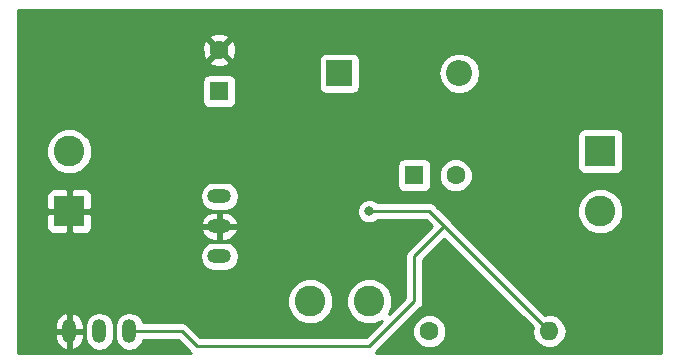
<source format=gbr>
G04 #@! TF.GenerationSoftware,KiCad,Pcbnew,(5.0.2-5-10.14)*
G04 #@! TF.CreationDate,2019-03-09T13:51:56-08:00*
G04 #@! TF.ProjectId,sunclock,73756e63-6c6f-4636-9b2e-6b696361645f,rev?*
G04 #@! TF.SameCoordinates,Original*
G04 #@! TF.FileFunction,Copper,L2,Bot*
G04 #@! TF.FilePolarity,Positive*
%FSLAX46Y46*%
G04 Gerber Fmt 4.6, Leading zero omitted, Abs format (unit mm)*
G04 Created by KiCad (PCBNEW (5.0.2-5-10.14)) date Saturday, March 09, 2019 at 01:51:56 PM*
%MOMM*%
%LPD*%
G01*
G04 APERTURE LIST*
G04 #@! TA.AperFunction,ComponentPad*
%ADD10C,1.600000*%
G04 #@! TD*
G04 #@! TA.AperFunction,ComponentPad*
%ADD11O,1.600000X1.600000*%
G04 #@! TD*
G04 #@! TA.AperFunction,ComponentPad*
%ADD12C,2.600000*%
G04 #@! TD*
G04 #@! TA.AperFunction,ComponentPad*
%ADD13O,2.000000X1.200000*%
G04 #@! TD*
G04 #@! TA.AperFunction,ComponentPad*
%ADD14O,1.200000X2.000000*%
G04 #@! TD*
G04 #@! TA.AperFunction,ComponentPad*
%ADD15R,1.600000X1.600000*%
G04 #@! TD*
G04 #@! TA.AperFunction,ComponentPad*
%ADD16R,2.200000X2.200000*%
G04 #@! TD*
G04 #@! TA.AperFunction,ComponentPad*
%ADD17O,2.200000X2.200000*%
G04 #@! TD*
G04 #@! TA.AperFunction,ComponentPad*
%ADD18R,2.600000X2.600000*%
G04 #@! TD*
G04 #@! TA.AperFunction,ViaPad*
%ADD19C,0.800000*%
G04 #@! TD*
G04 #@! TA.AperFunction,Conductor*
%ADD20C,0.250000*%
G04 #@! TD*
G04 #@! TA.AperFunction,Conductor*
%ADD21C,0.254000*%
G04 #@! TD*
G04 APERTURE END LIST*
D10*
G04 #@! TO.P,R2,1*
G04 #@! TO.N,+5V*
X139700000Y-104140000D03*
D11*
G04 #@! TO.P,R2,2*
G04 #@! TO.N,Net-(J3-Pad3)*
X149860000Y-104140000D03*
G04 #@! TD*
D12*
G04 #@! TO.P,L1,1*
G04 #@! TO.N,Net-(J2-Pad2)*
X134620000Y-101600000D03*
G04 #@! TO.P,L1,2*
G04 #@! TO.N,Net-(C2-Pad2)*
X129620000Y-101600000D03*
G04 #@! TD*
D13*
G04 #@! TO.P,U2,1*
G04 #@! TO.N,+36V*
X121920000Y-92710000D03*
G04 #@! TO.P,U2,2*
G04 #@! TO.N,GND*
X121920000Y-95250000D03*
G04 #@! TO.P,U2,3*
G04 #@! TO.N,+5V*
X121920000Y-97790000D03*
G04 #@! TD*
D14*
G04 #@! TO.P,J3,3*
G04 #@! TO.N,Net-(J3-Pad3)*
X114300000Y-104140000D03*
G04 #@! TO.P,J3,2*
G04 #@! TO.N,+5V*
X111760000Y-104140000D03*
G04 #@! TO.P,J3,1*
G04 #@! TO.N,GND*
X109220000Y-104140000D03*
G04 #@! TD*
D10*
G04 #@! TO.P,C2,2*
G04 #@! TO.N,Net-(C2-Pad2)*
X141930000Y-90932000D03*
D15*
G04 #@! TO.P,C2,1*
G04 #@! TO.N,Net-(C2-Pad1)*
X138430000Y-90932000D03*
G04 #@! TD*
D16*
G04 #@! TO.P,D1,1*
G04 #@! TO.N,+36V*
X132080000Y-82296000D03*
D17*
G04 #@! TO.P,D1,2*
G04 #@! TO.N,Net-(C2-Pad2)*
X142240000Y-82296000D03*
G04 #@! TD*
D18*
G04 #@! TO.P,J1,1*
G04 #@! TO.N,GND*
X109220000Y-93980000D03*
D12*
G04 #@! TO.P,J1,2*
G04 #@! TO.N,+36V*
X109220000Y-88900000D03*
G04 #@! TD*
G04 #@! TO.P,J2,2*
G04 #@! TO.N,Net-(J2-Pad2)*
X154178000Y-93980000D03*
D18*
G04 #@! TO.P,J2,1*
G04 #@! TO.N,Net-(C2-Pad1)*
X154178000Y-88900000D03*
G04 #@! TD*
D15*
G04 #@! TO.P,C1,1*
G04 #@! TO.N,+36V*
X121920000Y-83820000D03*
D10*
G04 #@! TO.P,C1,2*
G04 #@! TO.N,GND*
X121920000Y-80320000D03*
G04 #@! TD*
D19*
G04 #@! TO.N,Net-(J3-Pad3)*
X134620000Y-93980000D03*
G04 #@! TO.N,GND*
X114300000Y-93980000D03*
X113030000Y-93980000D03*
X113030000Y-95250000D03*
X114300000Y-95250000D03*
X132080000Y-96520000D03*
X133350000Y-96520000D03*
X133350000Y-97790000D03*
X132080000Y-97790000D03*
G04 #@! TD*
D20*
G04 #@! TO.N,Net-(J3-Pad3)*
X139700000Y-93980000D02*
X149860000Y-104140000D01*
X134620000Y-93980000D02*
X139700000Y-93980000D01*
X118745000Y-104140000D02*
X114300000Y-104140000D01*
X120015000Y-105410000D02*
X118745000Y-104140000D01*
X138430000Y-101600000D02*
X134620000Y-105410000D01*
X134620000Y-105410000D02*
X120015000Y-105410000D01*
X138430000Y-101600000D02*
X138430000Y-97790000D01*
X138430000Y-97790000D02*
X139700000Y-96520000D01*
X139700000Y-96520000D02*
X140970000Y-95250000D01*
G04 #@! TD*
D21*
G04 #@! TO.N,GND*
G36*
X159310001Y-105970000D02*
X135149863Y-105970000D01*
X135167929Y-105957929D01*
X135210331Y-105894470D01*
X137250240Y-103854561D01*
X138265000Y-103854561D01*
X138265000Y-104425439D01*
X138483466Y-104952862D01*
X138887138Y-105356534D01*
X139414561Y-105575000D01*
X139985439Y-105575000D01*
X140512862Y-105356534D01*
X140916534Y-104952862D01*
X141135000Y-104425439D01*
X141135000Y-103854561D01*
X140916534Y-103327138D01*
X140512862Y-102923466D01*
X139985439Y-102705000D01*
X139414561Y-102705000D01*
X138887138Y-102923466D01*
X138483466Y-103327138D01*
X138265000Y-103854561D01*
X137250240Y-103854561D01*
X138914473Y-102190329D01*
X138977929Y-102147929D01*
X139086865Y-101984895D01*
X139145904Y-101896538D01*
X139155480Y-101848395D01*
X139190000Y-101674852D01*
X139190000Y-101674848D01*
X139204888Y-101600000D01*
X139190000Y-101525152D01*
X139190000Y-98104801D01*
X140290329Y-97004473D01*
X140290331Y-97004470D01*
X140970000Y-96324801D01*
X148461312Y-103816114D01*
X148396887Y-104140000D01*
X148508260Y-104699909D01*
X148825423Y-105174577D01*
X149300091Y-105491740D01*
X149718667Y-105575000D01*
X150001333Y-105575000D01*
X150419909Y-105491740D01*
X150894577Y-105174577D01*
X151211740Y-104699909D01*
X151323113Y-104140000D01*
X151211740Y-103580091D01*
X150894577Y-103105423D01*
X150419909Y-102788260D01*
X150001333Y-102705000D01*
X149718667Y-102705000D01*
X149536114Y-102741312D01*
X141560330Y-94765529D01*
X141517929Y-94702071D01*
X141454471Y-94659670D01*
X140389906Y-93595105D01*
X152243000Y-93595105D01*
X152243000Y-94364895D01*
X152537586Y-95076090D01*
X153081910Y-95620414D01*
X153793105Y-95915000D01*
X154562895Y-95915000D01*
X155274090Y-95620414D01*
X155818414Y-95076090D01*
X156113000Y-94364895D01*
X156113000Y-93595105D01*
X155818414Y-92883910D01*
X155274090Y-92339586D01*
X154562895Y-92045000D01*
X153793105Y-92045000D01*
X153081910Y-92339586D01*
X152537586Y-92883910D01*
X152243000Y-93595105D01*
X140389906Y-93595105D01*
X140290331Y-93495530D01*
X140247929Y-93432071D01*
X139996537Y-93264096D01*
X139774852Y-93220000D01*
X139774847Y-93220000D01*
X139700000Y-93205112D01*
X139625153Y-93220000D01*
X135323711Y-93220000D01*
X135206280Y-93102569D01*
X134825874Y-92945000D01*
X134414126Y-92945000D01*
X134033720Y-93102569D01*
X133742569Y-93393720D01*
X133585000Y-93774126D01*
X133585000Y-94185874D01*
X133742569Y-94566280D01*
X134033720Y-94857431D01*
X134414126Y-95015000D01*
X134825874Y-95015000D01*
X135206280Y-94857431D01*
X135323711Y-94740000D01*
X139385199Y-94740000D01*
X139895199Y-95250000D01*
X139215530Y-95929669D01*
X139215527Y-95929671D01*
X137945528Y-97199671D01*
X137882072Y-97242071D01*
X137839672Y-97305527D01*
X137839671Y-97305528D01*
X137714097Y-97493463D01*
X137655112Y-97790000D01*
X137670001Y-97864852D01*
X137670000Y-101285198D01*
X136261337Y-102693861D01*
X136555000Y-101984895D01*
X136555000Y-101215105D01*
X136260414Y-100503910D01*
X135716090Y-99959586D01*
X135004895Y-99665000D01*
X134235105Y-99665000D01*
X133523910Y-99959586D01*
X132979586Y-100503910D01*
X132685000Y-101215105D01*
X132685000Y-101984895D01*
X132979586Y-102696090D01*
X133523910Y-103240414D01*
X134235105Y-103535000D01*
X135004895Y-103535000D01*
X135713861Y-103241337D01*
X134305199Y-104650000D01*
X120329802Y-104650000D01*
X119335331Y-103655530D01*
X119292929Y-103592071D01*
X119041537Y-103424096D01*
X118819852Y-103380000D01*
X118819847Y-103380000D01*
X118745000Y-103365112D01*
X118670153Y-103380000D01*
X115487586Y-103380000D01*
X115463344Y-103258127D01*
X115190385Y-102849615D01*
X114781872Y-102576656D01*
X114300000Y-102480805D01*
X113818127Y-102576656D01*
X113409615Y-102849615D01*
X113136656Y-103258128D01*
X113065000Y-103618365D01*
X113065000Y-104661636D01*
X113136656Y-105021873D01*
X113409616Y-105430385D01*
X113818128Y-105703344D01*
X114300000Y-105799195D01*
X114781873Y-105703344D01*
X115190385Y-105430385D01*
X115463344Y-105021873D01*
X115487586Y-104900000D01*
X118430199Y-104900000D01*
X119424671Y-105894473D01*
X119467071Y-105957929D01*
X119485137Y-105970000D01*
X104850000Y-105970000D01*
X104850000Y-104267000D01*
X107985000Y-104267000D01*
X107985000Y-104667000D01*
X108127610Y-105129947D01*
X108436526Y-105503080D01*
X108864719Y-105729592D01*
X108902391Y-105733462D01*
X109093000Y-105608731D01*
X109093000Y-104267000D01*
X109347000Y-104267000D01*
X109347000Y-105608731D01*
X109537609Y-105733462D01*
X109575281Y-105729592D01*
X110003474Y-105503080D01*
X110312390Y-105129947D01*
X110455000Y-104667000D01*
X110455000Y-104267000D01*
X109347000Y-104267000D01*
X109093000Y-104267000D01*
X107985000Y-104267000D01*
X104850000Y-104267000D01*
X104850000Y-103613000D01*
X107985000Y-103613000D01*
X107985000Y-104013000D01*
X109093000Y-104013000D01*
X109093000Y-102671269D01*
X109347000Y-102671269D01*
X109347000Y-104013000D01*
X110455000Y-104013000D01*
X110455000Y-103618365D01*
X110525000Y-103618365D01*
X110525000Y-104661636D01*
X110596656Y-105021873D01*
X110869616Y-105430385D01*
X111278128Y-105703344D01*
X111760000Y-105799195D01*
X112241873Y-105703344D01*
X112650385Y-105430385D01*
X112923344Y-105021873D01*
X112995000Y-104661635D01*
X112995000Y-103618364D01*
X112923344Y-103258127D01*
X112650385Y-102849615D01*
X112241872Y-102576656D01*
X111760000Y-102480805D01*
X111278127Y-102576656D01*
X110869615Y-102849615D01*
X110596656Y-103258128D01*
X110525000Y-103618365D01*
X110455000Y-103618365D01*
X110455000Y-103613000D01*
X110312390Y-103150053D01*
X110003474Y-102776920D01*
X109575281Y-102550408D01*
X109537609Y-102546538D01*
X109347000Y-102671269D01*
X109093000Y-102671269D01*
X108902391Y-102546538D01*
X108864719Y-102550408D01*
X108436526Y-102776920D01*
X108127610Y-103150053D01*
X107985000Y-103613000D01*
X104850000Y-103613000D01*
X104850000Y-101215105D01*
X127685000Y-101215105D01*
X127685000Y-101984895D01*
X127979586Y-102696090D01*
X128523910Y-103240414D01*
X129235105Y-103535000D01*
X130004895Y-103535000D01*
X130716090Y-103240414D01*
X131260414Y-102696090D01*
X131555000Y-101984895D01*
X131555000Y-101215105D01*
X131260414Y-100503910D01*
X130716090Y-99959586D01*
X130004895Y-99665000D01*
X129235105Y-99665000D01*
X128523910Y-99959586D01*
X127979586Y-100503910D01*
X127685000Y-101215105D01*
X104850000Y-101215105D01*
X104850000Y-97790000D01*
X120260805Y-97790000D01*
X120356656Y-98271873D01*
X120629615Y-98680385D01*
X121038127Y-98953344D01*
X121398364Y-99025000D01*
X122441636Y-99025000D01*
X122801873Y-98953344D01*
X123210385Y-98680385D01*
X123483344Y-98271873D01*
X123579195Y-97790000D01*
X123483344Y-97308127D01*
X123210385Y-96899615D01*
X122801873Y-96626656D01*
X122441636Y-96555000D01*
X121398364Y-96555000D01*
X121038127Y-96626656D01*
X120629615Y-96899615D01*
X120356656Y-97308127D01*
X120260805Y-97790000D01*
X104850000Y-97790000D01*
X104850000Y-94265750D01*
X107285000Y-94265750D01*
X107285000Y-95406309D01*
X107381673Y-95639698D01*
X107560301Y-95818327D01*
X107793690Y-95915000D01*
X108934250Y-95915000D01*
X109093000Y-95756250D01*
X109093000Y-94107000D01*
X109347000Y-94107000D01*
X109347000Y-95756250D01*
X109505750Y-95915000D01*
X110646310Y-95915000D01*
X110879699Y-95818327D01*
X111058327Y-95639698D01*
X111088187Y-95567609D01*
X120326538Y-95567609D01*
X120330408Y-95605281D01*
X120556920Y-96033474D01*
X120930053Y-96342390D01*
X121393000Y-96485000D01*
X121793000Y-96485000D01*
X121793000Y-95377000D01*
X122047000Y-95377000D01*
X122047000Y-96485000D01*
X122447000Y-96485000D01*
X122909947Y-96342390D01*
X123283080Y-96033474D01*
X123509592Y-95605281D01*
X123513462Y-95567609D01*
X123388731Y-95377000D01*
X122047000Y-95377000D01*
X121793000Y-95377000D01*
X120451269Y-95377000D01*
X120326538Y-95567609D01*
X111088187Y-95567609D01*
X111155000Y-95406309D01*
X111155000Y-94932391D01*
X120326538Y-94932391D01*
X120451269Y-95123000D01*
X121793000Y-95123000D01*
X121793000Y-94015000D01*
X122047000Y-94015000D01*
X122047000Y-95123000D01*
X123388731Y-95123000D01*
X123513462Y-94932391D01*
X123509592Y-94894719D01*
X123283080Y-94466526D01*
X122909947Y-94157610D01*
X122447000Y-94015000D01*
X122047000Y-94015000D01*
X121793000Y-94015000D01*
X121393000Y-94015000D01*
X120930053Y-94157610D01*
X120556920Y-94466526D01*
X120330408Y-94894719D01*
X120326538Y-94932391D01*
X111155000Y-94932391D01*
X111155000Y-94265750D01*
X110996250Y-94107000D01*
X109347000Y-94107000D01*
X109093000Y-94107000D01*
X107443750Y-94107000D01*
X107285000Y-94265750D01*
X104850000Y-94265750D01*
X104850000Y-92553691D01*
X107285000Y-92553691D01*
X107285000Y-93694250D01*
X107443750Y-93853000D01*
X109093000Y-93853000D01*
X109093000Y-92203750D01*
X109347000Y-92203750D01*
X109347000Y-93853000D01*
X110996250Y-93853000D01*
X111155000Y-93694250D01*
X111155000Y-92710000D01*
X120260805Y-92710000D01*
X120356656Y-93191873D01*
X120629615Y-93600385D01*
X121038127Y-93873344D01*
X121398364Y-93945000D01*
X122441636Y-93945000D01*
X122801873Y-93873344D01*
X123210385Y-93600385D01*
X123483344Y-93191873D01*
X123579195Y-92710000D01*
X123483344Y-92228127D01*
X123210385Y-91819615D01*
X122801873Y-91546656D01*
X122441636Y-91475000D01*
X121398364Y-91475000D01*
X121038127Y-91546656D01*
X120629615Y-91819615D01*
X120356656Y-92228127D01*
X120260805Y-92710000D01*
X111155000Y-92710000D01*
X111155000Y-92553691D01*
X111058327Y-92320302D01*
X110879699Y-92141673D01*
X110646310Y-92045000D01*
X109505750Y-92045000D01*
X109347000Y-92203750D01*
X109093000Y-92203750D01*
X108934250Y-92045000D01*
X107793690Y-92045000D01*
X107560301Y-92141673D01*
X107381673Y-92320302D01*
X107285000Y-92553691D01*
X104850000Y-92553691D01*
X104850000Y-88515105D01*
X107285000Y-88515105D01*
X107285000Y-89284895D01*
X107579586Y-89996090D01*
X108123910Y-90540414D01*
X108835105Y-90835000D01*
X109604895Y-90835000D01*
X110316090Y-90540414D01*
X110724504Y-90132000D01*
X136982560Y-90132000D01*
X136982560Y-91732000D01*
X137031843Y-91979765D01*
X137172191Y-92189809D01*
X137382235Y-92330157D01*
X137630000Y-92379440D01*
X139230000Y-92379440D01*
X139477765Y-92330157D01*
X139687809Y-92189809D01*
X139828157Y-91979765D01*
X139877440Y-91732000D01*
X139877440Y-90646561D01*
X140495000Y-90646561D01*
X140495000Y-91217439D01*
X140713466Y-91744862D01*
X141117138Y-92148534D01*
X141644561Y-92367000D01*
X142215439Y-92367000D01*
X142742862Y-92148534D01*
X143146534Y-91744862D01*
X143365000Y-91217439D01*
X143365000Y-90646561D01*
X143146534Y-90119138D01*
X142742862Y-89715466D01*
X142215439Y-89497000D01*
X141644561Y-89497000D01*
X141117138Y-89715466D01*
X140713466Y-90119138D01*
X140495000Y-90646561D01*
X139877440Y-90646561D01*
X139877440Y-90132000D01*
X139828157Y-89884235D01*
X139687809Y-89674191D01*
X139477765Y-89533843D01*
X139230000Y-89484560D01*
X137630000Y-89484560D01*
X137382235Y-89533843D01*
X137172191Y-89674191D01*
X137031843Y-89884235D01*
X136982560Y-90132000D01*
X110724504Y-90132000D01*
X110860414Y-89996090D01*
X111155000Y-89284895D01*
X111155000Y-88515105D01*
X110860414Y-87803910D01*
X110656504Y-87600000D01*
X152230560Y-87600000D01*
X152230560Y-90200000D01*
X152279843Y-90447765D01*
X152420191Y-90657809D01*
X152630235Y-90798157D01*
X152878000Y-90847440D01*
X155478000Y-90847440D01*
X155725765Y-90798157D01*
X155935809Y-90657809D01*
X156076157Y-90447765D01*
X156125440Y-90200000D01*
X156125440Y-87600000D01*
X156076157Y-87352235D01*
X155935809Y-87142191D01*
X155725765Y-87001843D01*
X155478000Y-86952560D01*
X152878000Y-86952560D01*
X152630235Y-87001843D01*
X152420191Y-87142191D01*
X152279843Y-87352235D01*
X152230560Y-87600000D01*
X110656504Y-87600000D01*
X110316090Y-87259586D01*
X109604895Y-86965000D01*
X108835105Y-86965000D01*
X108123910Y-87259586D01*
X107579586Y-87803910D01*
X107285000Y-88515105D01*
X104850000Y-88515105D01*
X104850000Y-83020000D01*
X120472560Y-83020000D01*
X120472560Y-84620000D01*
X120521843Y-84867765D01*
X120662191Y-85077809D01*
X120872235Y-85218157D01*
X121120000Y-85267440D01*
X122720000Y-85267440D01*
X122967765Y-85218157D01*
X123177809Y-85077809D01*
X123318157Y-84867765D01*
X123367440Y-84620000D01*
X123367440Y-83020000D01*
X123318157Y-82772235D01*
X123177809Y-82562191D01*
X122967765Y-82421843D01*
X122720000Y-82372560D01*
X121120000Y-82372560D01*
X120872235Y-82421843D01*
X120662191Y-82562191D01*
X120521843Y-82772235D01*
X120472560Y-83020000D01*
X104850000Y-83020000D01*
X104850000Y-81327745D01*
X121091861Y-81327745D01*
X121165995Y-81573864D01*
X121703223Y-81766965D01*
X122273454Y-81739778D01*
X122674005Y-81573864D01*
X122748139Y-81327745D01*
X122616395Y-81196000D01*
X130332560Y-81196000D01*
X130332560Y-83396000D01*
X130381843Y-83643765D01*
X130522191Y-83853809D01*
X130732235Y-83994157D01*
X130980000Y-84043440D01*
X133180000Y-84043440D01*
X133427765Y-83994157D01*
X133637809Y-83853809D01*
X133778157Y-83643765D01*
X133827440Y-83396000D01*
X133827440Y-82296000D01*
X140471010Y-82296000D01*
X140605666Y-82972963D01*
X140989135Y-83546865D01*
X141563037Y-83930334D01*
X142069120Y-84031000D01*
X142410880Y-84031000D01*
X142916963Y-83930334D01*
X143490865Y-83546865D01*
X143874334Y-82972963D01*
X144008990Y-82296000D01*
X143874334Y-81619037D01*
X143490865Y-81045135D01*
X142916963Y-80661666D01*
X142410880Y-80561000D01*
X142069120Y-80561000D01*
X141563037Y-80661666D01*
X140989135Y-81045135D01*
X140605666Y-81619037D01*
X140471010Y-82296000D01*
X133827440Y-82296000D01*
X133827440Y-81196000D01*
X133778157Y-80948235D01*
X133637809Y-80738191D01*
X133427765Y-80597843D01*
X133180000Y-80548560D01*
X130980000Y-80548560D01*
X130732235Y-80597843D01*
X130522191Y-80738191D01*
X130381843Y-80948235D01*
X130332560Y-81196000D01*
X122616395Y-81196000D01*
X121920000Y-80499605D01*
X121091861Y-81327745D01*
X104850000Y-81327745D01*
X104850000Y-80103223D01*
X120473035Y-80103223D01*
X120500222Y-80673454D01*
X120666136Y-81074005D01*
X120912255Y-81148139D01*
X121740395Y-80320000D01*
X122099605Y-80320000D01*
X122927745Y-81148139D01*
X123173864Y-81074005D01*
X123366965Y-80536777D01*
X123339778Y-79966546D01*
X123173864Y-79565995D01*
X122927745Y-79491861D01*
X122099605Y-80320000D01*
X121740395Y-80320000D01*
X120912255Y-79491861D01*
X120666136Y-79565995D01*
X120473035Y-80103223D01*
X104850000Y-80103223D01*
X104850000Y-79312255D01*
X121091861Y-79312255D01*
X121920000Y-80140395D01*
X122748139Y-79312255D01*
X122674005Y-79066136D01*
X122136777Y-78873035D01*
X121566546Y-78900222D01*
X121165995Y-79066136D01*
X121091861Y-79312255D01*
X104850000Y-79312255D01*
X104850000Y-76910000D01*
X159310000Y-76910000D01*
X159310001Y-105970000D01*
X159310001Y-105970000D01*
G37*
X159310001Y-105970000D02*
X135149863Y-105970000D01*
X135167929Y-105957929D01*
X135210331Y-105894470D01*
X137250240Y-103854561D01*
X138265000Y-103854561D01*
X138265000Y-104425439D01*
X138483466Y-104952862D01*
X138887138Y-105356534D01*
X139414561Y-105575000D01*
X139985439Y-105575000D01*
X140512862Y-105356534D01*
X140916534Y-104952862D01*
X141135000Y-104425439D01*
X141135000Y-103854561D01*
X140916534Y-103327138D01*
X140512862Y-102923466D01*
X139985439Y-102705000D01*
X139414561Y-102705000D01*
X138887138Y-102923466D01*
X138483466Y-103327138D01*
X138265000Y-103854561D01*
X137250240Y-103854561D01*
X138914473Y-102190329D01*
X138977929Y-102147929D01*
X139086865Y-101984895D01*
X139145904Y-101896538D01*
X139155480Y-101848395D01*
X139190000Y-101674852D01*
X139190000Y-101674848D01*
X139204888Y-101600000D01*
X139190000Y-101525152D01*
X139190000Y-98104801D01*
X140290329Y-97004473D01*
X140290331Y-97004470D01*
X140970000Y-96324801D01*
X148461312Y-103816114D01*
X148396887Y-104140000D01*
X148508260Y-104699909D01*
X148825423Y-105174577D01*
X149300091Y-105491740D01*
X149718667Y-105575000D01*
X150001333Y-105575000D01*
X150419909Y-105491740D01*
X150894577Y-105174577D01*
X151211740Y-104699909D01*
X151323113Y-104140000D01*
X151211740Y-103580091D01*
X150894577Y-103105423D01*
X150419909Y-102788260D01*
X150001333Y-102705000D01*
X149718667Y-102705000D01*
X149536114Y-102741312D01*
X141560330Y-94765529D01*
X141517929Y-94702071D01*
X141454471Y-94659670D01*
X140389906Y-93595105D01*
X152243000Y-93595105D01*
X152243000Y-94364895D01*
X152537586Y-95076090D01*
X153081910Y-95620414D01*
X153793105Y-95915000D01*
X154562895Y-95915000D01*
X155274090Y-95620414D01*
X155818414Y-95076090D01*
X156113000Y-94364895D01*
X156113000Y-93595105D01*
X155818414Y-92883910D01*
X155274090Y-92339586D01*
X154562895Y-92045000D01*
X153793105Y-92045000D01*
X153081910Y-92339586D01*
X152537586Y-92883910D01*
X152243000Y-93595105D01*
X140389906Y-93595105D01*
X140290331Y-93495530D01*
X140247929Y-93432071D01*
X139996537Y-93264096D01*
X139774852Y-93220000D01*
X139774847Y-93220000D01*
X139700000Y-93205112D01*
X139625153Y-93220000D01*
X135323711Y-93220000D01*
X135206280Y-93102569D01*
X134825874Y-92945000D01*
X134414126Y-92945000D01*
X134033720Y-93102569D01*
X133742569Y-93393720D01*
X133585000Y-93774126D01*
X133585000Y-94185874D01*
X133742569Y-94566280D01*
X134033720Y-94857431D01*
X134414126Y-95015000D01*
X134825874Y-95015000D01*
X135206280Y-94857431D01*
X135323711Y-94740000D01*
X139385199Y-94740000D01*
X139895199Y-95250000D01*
X139215530Y-95929669D01*
X139215527Y-95929671D01*
X137945528Y-97199671D01*
X137882072Y-97242071D01*
X137839672Y-97305527D01*
X137839671Y-97305528D01*
X137714097Y-97493463D01*
X137655112Y-97790000D01*
X137670001Y-97864852D01*
X137670000Y-101285198D01*
X136261337Y-102693861D01*
X136555000Y-101984895D01*
X136555000Y-101215105D01*
X136260414Y-100503910D01*
X135716090Y-99959586D01*
X135004895Y-99665000D01*
X134235105Y-99665000D01*
X133523910Y-99959586D01*
X132979586Y-100503910D01*
X132685000Y-101215105D01*
X132685000Y-101984895D01*
X132979586Y-102696090D01*
X133523910Y-103240414D01*
X134235105Y-103535000D01*
X135004895Y-103535000D01*
X135713861Y-103241337D01*
X134305199Y-104650000D01*
X120329802Y-104650000D01*
X119335331Y-103655530D01*
X119292929Y-103592071D01*
X119041537Y-103424096D01*
X118819852Y-103380000D01*
X118819847Y-103380000D01*
X118745000Y-103365112D01*
X118670153Y-103380000D01*
X115487586Y-103380000D01*
X115463344Y-103258127D01*
X115190385Y-102849615D01*
X114781872Y-102576656D01*
X114300000Y-102480805D01*
X113818127Y-102576656D01*
X113409615Y-102849615D01*
X113136656Y-103258128D01*
X113065000Y-103618365D01*
X113065000Y-104661636D01*
X113136656Y-105021873D01*
X113409616Y-105430385D01*
X113818128Y-105703344D01*
X114300000Y-105799195D01*
X114781873Y-105703344D01*
X115190385Y-105430385D01*
X115463344Y-105021873D01*
X115487586Y-104900000D01*
X118430199Y-104900000D01*
X119424671Y-105894473D01*
X119467071Y-105957929D01*
X119485137Y-105970000D01*
X104850000Y-105970000D01*
X104850000Y-104267000D01*
X107985000Y-104267000D01*
X107985000Y-104667000D01*
X108127610Y-105129947D01*
X108436526Y-105503080D01*
X108864719Y-105729592D01*
X108902391Y-105733462D01*
X109093000Y-105608731D01*
X109093000Y-104267000D01*
X109347000Y-104267000D01*
X109347000Y-105608731D01*
X109537609Y-105733462D01*
X109575281Y-105729592D01*
X110003474Y-105503080D01*
X110312390Y-105129947D01*
X110455000Y-104667000D01*
X110455000Y-104267000D01*
X109347000Y-104267000D01*
X109093000Y-104267000D01*
X107985000Y-104267000D01*
X104850000Y-104267000D01*
X104850000Y-103613000D01*
X107985000Y-103613000D01*
X107985000Y-104013000D01*
X109093000Y-104013000D01*
X109093000Y-102671269D01*
X109347000Y-102671269D01*
X109347000Y-104013000D01*
X110455000Y-104013000D01*
X110455000Y-103618365D01*
X110525000Y-103618365D01*
X110525000Y-104661636D01*
X110596656Y-105021873D01*
X110869616Y-105430385D01*
X111278128Y-105703344D01*
X111760000Y-105799195D01*
X112241873Y-105703344D01*
X112650385Y-105430385D01*
X112923344Y-105021873D01*
X112995000Y-104661635D01*
X112995000Y-103618364D01*
X112923344Y-103258127D01*
X112650385Y-102849615D01*
X112241872Y-102576656D01*
X111760000Y-102480805D01*
X111278127Y-102576656D01*
X110869615Y-102849615D01*
X110596656Y-103258128D01*
X110525000Y-103618365D01*
X110455000Y-103618365D01*
X110455000Y-103613000D01*
X110312390Y-103150053D01*
X110003474Y-102776920D01*
X109575281Y-102550408D01*
X109537609Y-102546538D01*
X109347000Y-102671269D01*
X109093000Y-102671269D01*
X108902391Y-102546538D01*
X108864719Y-102550408D01*
X108436526Y-102776920D01*
X108127610Y-103150053D01*
X107985000Y-103613000D01*
X104850000Y-103613000D01*
X104850000Y-101215105D01*
X127685000Y-101215105D01*
X127685000Y-101984895D01*
X127979586Y-102696090D01*
X128523910Y-103240414D01*
X129235105Y-103535000D01*
X130004895Y-103535000D01*
X130716090Y-103240414D01*
X131260414Y-102696090D01*
X131555000Y-101984895D01*
X131555000Y-101215105D01*
X131260414Y-100503910D01*
X130716090Y-99959586D01*
X130004895Y-99665000D01*
X129235105Y-99665000D01*
X128523910Y-99959586D01*
X127979586Y-100503910D01*
X127685000Y-101215105D01*
X104850000Y-101215105D01*
X104850000Y-97790000D01*
X120260805Y-97790000D01*
X120356656Y-98271873D01*
X120629615Y-98680385D01*
X121038127Y-98953344D01*
X121398364Y-99025000D01*
X122441636Y-99025000D01*
X122801873Y-98953344D01*
X123210385Y-98680385D01*
X123483344Y-98271873D01*
X123579195Y-97790000D01*
X123483344Y-97308127D01*
X123210385Y-96899615D01*
X122801873Y-96626656D01*
X122441636Y-96555000D01*
X121398364Y-96555000D01*
X121038127Y-96626656D01*
X120629615Y-96899615D01*
X120356656Y-97308127D01*
X120260805Y-97790000D01*
X104850000Y-97790000D01*
X104850000Y-94265750D01*
X107285000Y-94265750D01*
X107285000Y-95406309D01*
X107381673Y-95639698D01*
X107560301Y-95818327D01*
X107793690Y-95915000D01*
X108934250Y-95915000D01*
X109093000Y-95756250D01*
X109093000Y-94107000D01*
X109347000Y-94107000D01*
X109347000Y-95756250D01*
X109505750Y-95915000D01*
X110646310Y-95915000D01*
X110879699Y-95818327D01*
X111058327Y-95639698D01*
X111088187Y-95567609D01*
X120326538Y-95567609D01*
X120330408Y-95605281D01*
X120556920Y-96033474D01*
X120930053Y-96342390D01*
X121393000Y-96485000D01*
X121793000Y-96485000D01*
X121793000Y-95377000D01*
X122047000Y-95377000D01*
X122047000Y-96485000D01*
X122447000Y-96485000D01*
X122909947Y-96342390D01*
X123283080Y-96033474D01*
X123509592Y-95605281D01*
X123513462Y-95567609D01*
X123388731Y-95377000D01*
X122047000Y-95377000D01*
X121793000Y-95377000D01*
X120451269Y-95377000D01*
X120326538Y-95567609D01*
X111088187Y-95567609D01*
X111155000Y-95406309D01*
X111155000Y-94932391D01*
X120326538Y-94932391D01*
X120451269Y-95123000D01*
X121793000Y-95123000D01*
X121793000Y-94015000D01*
X122047000Y-94015000D01*
X122047000Y-95123000D01*
X123388731Y-95123000D01*
X123513462Y-94932391D01*
X123509592Y-94894719D01*
X123283080Y-94466526D01*
X122909947Y-94157610D01*
X122447000Y-94015000D01*
X122047000Y-94015000D01*
X121793000Y-94015000D01*
X121393000Y-94015000D01*
X120930053Y-94157610D01*
X120556920Y-94466526D01*
X120330408Y-94894719D01*
X120326538Y-94932391D01*
X111155000Y-94932391D01*
X111155000Y-94265750D01*
X110996250Y-94107000D01*
X109347000Y-94107000D01*
X109093000Y-94107000D01*
X107443750Y-94107000D01*
X107285000Y-94265750D01*
X104850000Y-94265750D01*
X104850000Y-92553691D01*
X107285000Y-92553691D01*
X107285000Y-93694250D01*
X107443750Y-93853000D01*
X109093000Y-93853000D01*
X109093000Y-92203750D01*
X109347000Y-92203750D01*
X109347000Y-93853000D01*
X110996250Y-93853000D01*
X111155000Y-93694250D01*
X111155000Y-92710000D01*
X120260805Y-92710000D01*
X120356656Y-93191873D01*
X120629615Y-93600385D01*
X121038127Y-93873344D01*
X121398364Y-93945000D01*
X122441636Y-93945000D01*
X122801873Y-93873344D01*
X123210385Y-93600385D01*
X123483344Y-93191873D01*
X123579195Y-92710000D01*
X123483344Y-92228127D01*
X123210385Y-91819615D01*
X122801873Y-91546656D01*
X122441636Y-91475000D01*
X121398364Y-91475000D01*
X121038127Y-91546656D01*
X120629615Y-91819615D01*
X120356656Y-92228127D01*
X120260805Y-92710000D01*
X111155000Y-92710000D01*
X111155000Y-92553691D01*
X111058327Y-92320302D01*
X110879699Y-92141673D01*
X110646310Y-92045000D01*
X109505750Y-92045000D01*
X109347000Y-92203750D01*
X109093000Y-92203750D01*
X108934250Y-92045000D01*
X107793690Y-92045000D01*
X107560301Y-92141673D01*
X107381673Y-92320302D01*
X107285000Y-92553691D01*
X104850000Y-92553691D01*
X104850000Y-88515105D01*
X107285000Y-88515105D01*
X107285000Y-89284895D01*
X107579586Y-89996090D01*
X108123910Y-90540414D01*
X108835105Y-90835000D01*
X109604895Y-90835000D01*
X110316090Y-90540414D01*
X110724504Y-90132000D01*
X136982560Y-90132000D01*
X136982560Y-91732000D01*
X137031843Y-91979765D01*
X137172191Y-92189809D01*
X137382235Y-92330157D01*
X137630000Y-92379440D01*
X139230000Y-92379440D01*
X139477765Y-92330157D01*
X139687809Y-92189809D01*
X139828157Y-91979765D01*
X139877440Y-91732000D01*
X139877440Y-90646561D01*
X140495000Y-90646561D01*
X140495000Y-91217439D01*
X140713466Y-91744862D01*
X141117138Y-92148534D01*
X141644561Y-92367000D01*
X142215439Y-92367000D01*
X142742862Y-92148534D01*
X143146534Y-91744862D01*
X143365000Y-91217439D01*
X143365000Y-90646561D01*
X143146534Y-90119138D01*
X142742862Y-89715466D01*
X142215439Y-89497000D01*
X141644561Y-89497000D01*
X141117138Y-89715466D01*
X140713466Y-90119138D01*
X140495000Y-90646561D01*
X139877440Y-90646561D01*
X139877440Y-90132000D01*
X139828157Y-89884235D01*
X139687809Y-89674191D01*
X139477765Y-89533843D01*
X139230000Y-89484560D01*
X137630000Y-89484560D01*
X137382235Y-89533843D01*
X137172191Y-89674191D01*
X137031843Y-89884235D01*
X136982560Y-90132000D01*
X110724504Y-90132000D01*
X110860414Y-89996090D01*
X111155000Y-89284895D01*
X111155000Y-88515105D01*
X110860414Y-87803910D01*
X110656504Y-87600000D01*
X152230560Y-87600000D01*
X152230560Y-90200000D01*
X152279843Y-90447765D01*
X152420191Y-90657809D01*
X152630235Y-90798157D01*
X152878000Y-90847440D01*
X155478000Y-90847440D01*
X155725765Y-90798157D01*
X155935809Y-90657809D01*
X156076157Y-90447765D01*
X156125440Y-90200000D01*
X156125440Y-87600000D01*
X156076157Y-87352235D01*
X155935809Y-87142191D01*
X155725765Y-87001843D01*
X155478000Y-86952560D01*
X152878000Y-86952560D01*
X152630235Y-87001843D01*
X152420191Y-87142191D01*
X152279843Y-87352235D01*
X152230560Y-87600000D01*
X110656504Y-87600000D01*
X110316090Y-87259586D01*
X109604895Y-86965000D01*
X108835105Y-86965000D01*
X108123910Y-87259586D01*
X107579586Y-87803910D01*
X107285000Y-88515105D01*
X104850000Y-88515105D01*
X104850000Y-83020000D01*
X120472560Y-83020000D01*
X120472560Y-84620000D01*
X120521843Y-84867765D01*
X120662191Y-85077809D01*
X120872235Y-85218157D01*
X121120000Y-85267440D01*
X122720000Y-85267440D01*
X122967765Y-85218157D01*
X123177809Y-85077809D01*
X123318157Y-84867765D01*
X123367440Y-84620000D01*
X123367440Y-83020000D01*
X123318157Y-82772235D01*
X123177809Y-82562191D01*
X122967765Y-82421843D01*
X122720000Y-82372560D01*
X121120000Y-82372560D01*
X120872235Y-82421843D01*
X120662191Y-82562191D01*
X120521843Y-82772235D01*
X120472560Y-83020000D01*
X104850000Y-83020000D01*
X104850000Y-81327745D01*
X121091861Y-81327745D01*
X121165995Y-81573864D01*
X121703223Y-81766965D01*
X122273454Y-81739778D01*
X122674005Y-81573864D01*
X122748139Y-81327745D01*
X122616395Y-81196000D01*
X130332560Y-81196000D01*
X130332560Y-83396000D01*
X130381843Y-83643765D01*
X130522191Y-83853809D01*
X130732235Y-83994157D01*
X130980000Y-84043440D01*
X133180000Y-84043440D01*
X133427765Y-83994157D01*
X133637809Y-83853809D01*
X133778157Y-83643765D01*
X133827440Y-83396000D01*
X133827440Y-82296000D01*
X140471010Y-82296000D01*
X140605666Y-82972963D01*
X140989135Y-83546865D01*
X141563037Y-83930334D01*
X142069120Y-84031000D01*
X142410880Y-84031000D01*
X142916963Y-83930334D01*
X143490865Y-83546865D01*
X143874334Y-82972963D01*
X144008990Y-82296000D01*
X143874334Y-81619037D01*
X143490865Y-81045135D01*
X142916963Y-80661666D01*
X142410880Y-80561000D01*
X142069120Y-80561000D01*
X141563037Y-80661666D01*
X140989135Y-81045135D01*
X140605666Y-81619037D01*
X140471010Y-82296000D01*
X133827440Y-82296000D01*
X133827440Y-81196000D01*
X133778157Y-80948235D01*
X133637809Y-80738191D01*
X133427765Y-80597843D01*
X133180000Y-80548560D01*
X130980000Y-80548560D01*
X130732235Y-80597843D01*
X130522191Y-80738191D01*
X130381843Y-80948235D01*
X130332560Y-81196000D01*
X122616395Y-81196000D01*
X121920000Y-80499605D01*
X121091861Y-81327745D01*
X104850000Y-81327745D01*
X104850000Y-80103223D01*
X120473035Y-80103223D01*
X120500222Y-80673454D01*
X120666136Y-81074005D01*
X120912255Y-81148139D01*
X121740395Y-80320000D01*
X122099605Y-80320000D01*
X122927745Y-81148139D01*
X123173864Y-81074005D01*
X123366965Y-80536777D01*
X123339778Y-79966546D01*
X123173864Y-79565995D01*
X122927745Y-79491861D01*
X122099605Y-80320000D01*
X121740395Y-80320000D01*
X120912255Y-79491861D01*
X120666136Y-79565995D01*
X120473035Y-80103223D01*
X104850000Y-80103223D01*
X104850000Y-79312255D01*
X121091861Y-79312255D01*
X121920000Y-80140395D01*
X122748139Y-79312255D01*
X122674005Y-79066136D01*
X122136777Y-78873035D01*
X121566546Y-78900222D01*
X121165995Y-79066136D01*
X121091861Y-79312255D01*
X104850000Y-79312255D01*
X104850000Y-76910000D01*
X159310000Y-76910000D01*
X159310001Y-105970000D01*
G04 #@! TD*
M02*

</source>
